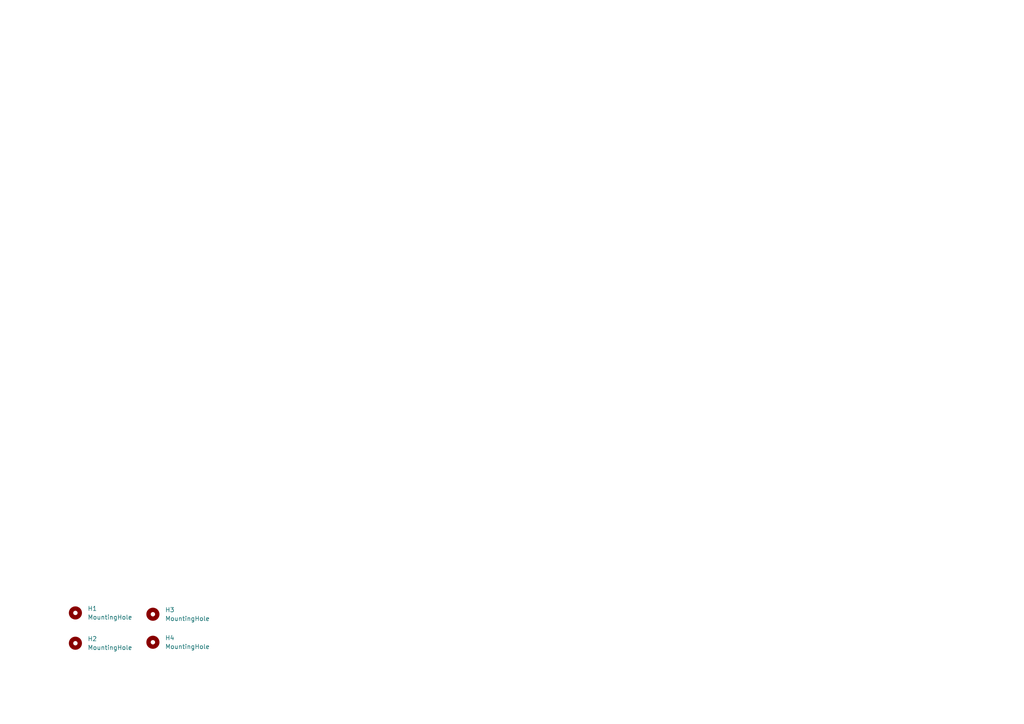
<source format=kicad_sch>
(kicad_sch (version 20230121) (generator eeschema)
  (paper "A4")
  (lib_symbols
    (symbol "Mechanical:MountingHole" (pin_names (offset 1.016))
      (property "Reference" "H" (at 0 5.08 0))
      (property "Value" "MountingHole" (at 0 3.175 0))
      (symbol "MountingHole_0_1"
        (circle (center 0 0) (radius 1.27) (stroke (width 1.27)))
      )
    )
  )
  (symbol (lib_id "Mechanical:MountingHole") (at 21.8694 177.7746 0) (unit 1)
    (property "Reference" "H1" (at 25.4 176.5046 0) (effects (justify left)))
    (property "Value" "MountingHole" (at 25.4 179.0446 0) (effects (justify left)))
    (property "Footprint" "MountingHole:MountingHole_2.7mm" (effects hide))
  )
  (symbol (lib_id "Mechanical:MountingHole") (at 44.3484 178.1556 0) (unit 1)
    (property "Reference" "H3" (at 47.879 176.8856 0) (effects (justify left)))
    (property "Value" "MountingHole" (at 47.879 179.4256 0) (effects (justify left)))
    (property "Footprint" "MountingHole:MountingHole_2.7mm" (effects hide))
  )
  (symbol (lib_id "Mechanical:MountingHole") (at 44.3484 186.2836 0) (unit 1)
    (property "Reference" "H4" (at 47.879 185.0136 0) (effects (justify left)))
    (property "Value" "MountingHole" (at 47.879 187.5536 0) (effects (justify left)))
    (property "Footprint" "MountingHole:MountingHole_2.7mm" (effects hide))
  )
  (symbol (lib_id "Mechanical:MountingHole") (at 21.8694 186.563 0) (unit 1)
    (property "Reference" "H2" (at 25.4 185.293 0) (effects (justify left)))
    (property "Value" "MountingHole" (at 25.4 187.833 0) (effects (justify left)))
    (property "Footprint" "MountingHole:MountingHole_2.7mm" (effects hide))
  )
)
</source>
